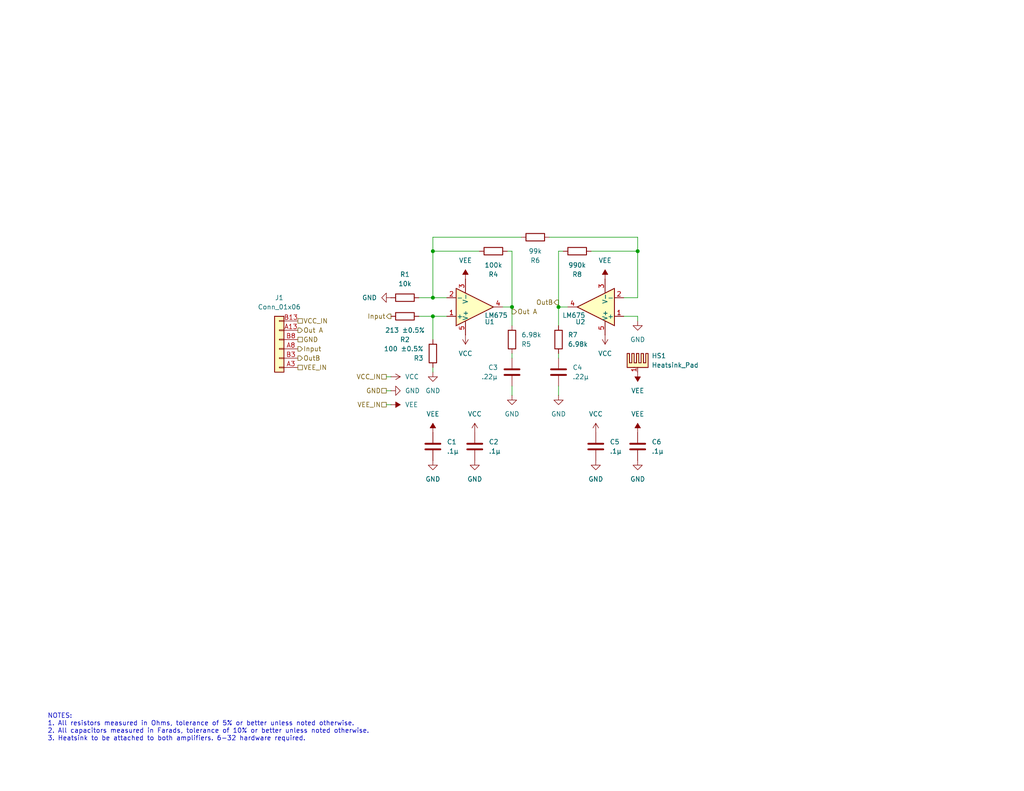
<source format=kicad_sch>
(kicad_sch (version 20231120) (generator "eeschema") (generator_version "8.0")
  (paper "A")
  (title_block (title "Motor Amplifier") (date "2025-01-21") (rev "A") (company "Weber State University") (comment 1 "Designer: Corbin Roennebeck") (comment 2 "Project: ORC"))
  (lib_symbols
    (symbol "Amplifier_Operational:LM675" (pin_names (offset 0.127))
      (property "Reference" "U" (at 0 7.62 0))
      (property "Value" "LM675" (at 0 5.08 0))
      (symbol "LM675_0_1"
        (polyline (pts (xy -5.08 5.08) (xy 5.08 0) (xy -5.08 -5.08) (xy -5.08 5.08)) (stroke (width 0.254)) (fill (type background)))
      )
      (symbol "LM675_1_1"
        (pin input line (at -7.62 2.54 0) (length 2.54) (name "+") (number "1"))
        (pin input line (at -7.62 -2.54 0) (length 2.54) (name "-") (number "2"))
        (pin power_in line (at -2.54 -7.62 90) (length 3.81) (name "V-") (number "3"))
        (pin output line (at 7.62 0 180) (length 2.54) (name "~") (number "4"))
        (pin power_in line (at -2.54 7.62 270) (length 3.81) (name "V+") (number "5"))
      )
    )
    (symbol "Connector_Generic:Conn_01x06" (pin_names (offset 1.016) hide)
      (property "Reference" "J1" (at 0 -13.97 0))
      (property "Value" "Conn_01x06" (at 0 -11.43 0))
      (symbol "Conn_01x06_1_1"
        (rectangle (start -1.27 -7.493) (end 0 -7.747) (stroke (width 0.1524)))
        (rectangle (start -1.27 -4.953) (end 0 -5.207) (stroke (width 0.1524)))
        (rectangle (start -1.27 -2.413) (end 0 -2.667) (stroke (width 0.1524)))
        (rectangle (start -1.27 0.127) (end 0 -0.127) (stroke (width 0.1524)))
        (rectangle (start -1.27 2.667) (end 0 2.413) (stroke (width 0.1524)))
        (rectangle (start -1.27 5.207) (end 0 4.953) (stroke (width 0.1524)))
        (rectangle (start -1.27 6.35) (end 1.27 -8.89) (stroke (width 0.254)) (fill (type background)))
        (pin passive line (at -5.08 -5.08 0) (length 3.81) (name "Pin_5") (number "A13"))
        (pin passive line (at -5.08 5.08 0) (length 3.81) (name "Pin_1") (number "A3"))
        (pin passive line (at -5.08 0 0) (length 3.81) (name "Pin_3") (number "A8"))
        (pin passive line (at -5.08 -7.62 0) (length 3.81) (name "Pin_6") (number "B13"))
        (pin passive line (at -5.08 2.54 0) (length 3.81) (name "Pin_2") (number "B3"))
        (pin passive line (at -5.08 -2.54 0) (length 3.81) (name "Pin_4") (number "B8"))
      )
    )
    (symbol "Device:C" (pin_numbers hide) (pin_names (offset 0.254))
      (property "Reference" "C" (at 0.635 2.54 0))
      (property "Value" "C" (at 0.635 -2.54 0))
      (symbol "C_0_1"
        (polyline (pts (xy -2.032 -0.762) (xy 2.032 -0.762)) (stroke (width 0.508)))
        (polyline (pts (xy -2.032 0.762) (xy 2.032 0.762)) (stroke (width 0.508)))
      )
      (symbol "C_1_1"
        (pin passive line (at 0 3.81 270) (length 2.794) (name "~") (number "1"))
        (pin passive line (at 0 -3.81 90) (length 2.794) (name "~") (number "2"))
      )
    )
    (symbol "Device:R" (pin_numbers hide) (pin_names (offset 0))
      (property "Reference" "R" (at 2.032 0 90))
      (property "Value" "R" (at 0 0 90))
      (symbol "R_0_1"
        (rectangle (start -1.016 -2.54) (end 1.016 2.54) (stroke (width 0.254)))
      )
      (symbol "R_1_1"
        (pin passive line (at 0 3.81 270) (length 1.27) (name "~") (number "1"))
        (pin passive line (at 0 -3.81 90) (length 1.27) (name "~") (number "2"))
      )
    )
    (symbol "Mechanical:Heatsink_Pad" (pin_names (offset 0)) (exclude_from_sim yes)
      (property "Reference" "HS" (at 0 5.715 0))
      (property "Value" "Heatsink_Pad" (at 0 3.81 0))
      (symbol "Heatsink_Pad_0_1"
        (polyline (pts (xy -0.3302 0) (xy -0.9652 0) (xy -0.9652 2.54) (xy -1.6002 2.54) (xy -1.6002 0) (xy -2.2352 0) (xy -2.2352 2.54) (xy -2.8702 2.54) (xy -2.8702 -1.27) (xy -0.9652 -1.27)) (stroke (width 0.254)) (fill (type background)))
        (polyline (pts (xy -0.3302 0) (xy -0.3302 2.54) (xy 0.3048 2.54) (xy 0.3048 0) (xy 0.9398 0) (xy 0.9398 2.54) (xy 1.5748 2.54) (xy 1.5748 0) (xy 2.2098 0) (xy 2.2098 2.54) (xy 2.8448 2.54) (xy 2.8448 -1.27) (xy -0.9652 -1.27)) (stroke (width 0.254)) (fill (type background)))
      )
      (symbol "Heatsink_Pad_1_1"
        (pin passive line (at 0 -2.54 90) (length 1.27) (name "~") (number "1"))
      )
    )
    (symbol "power:GND" (power) (pin_numbers hide) (pin_names (offset 0) hide)
      (property "Value" "GND" (at 0 -3.81 0))
      (symbol "GND_0_1"
        (polyline (pts (xy 0 0) (xy 0 -1.27) (xy 1.27 -1.27) (xy 0 -2.54) (xy -1.27 -1.27) (xy 0 -1.27)))
      )
      (symbol "GND_1_1"
        (pin power_in line (at 0 0 270) (length 0) (name "~") (number "1"))
      )
    )
    (symbol "power:VCC" (power) (pin_numbers hide) (pin_names (offset 0) hide)
      (property "Value" "VCC" (at 0 3.556 0))
      (symbol "VCC_0_1"
        (polyline (pts (xy -0.762 1.27) (xy 0 2.54)))
        (polyline (pts (xy 0 0) (xy 0 2.54)))
        (polyline (pts (xy 0 2.54) (xy 0.762 1.27)))
      )
      (symbol "VCC_1_1"
        (pin power_in line (at 0 0 90) (length 0) (name "~") (number "1"))
      )
    )
    (symbol "power:VEE" (power) (pin_numbers hide) (pin_names (offset 0) hide)
      (property "Value" "VEE" (at 0 3.556 0))
      (symbol "VEE_0_1"
        (polyline (pts (xy 0 0) (xy 0 2.54)))
        (polyline (pts (xy 0.762 1.27) (xy -0.762 1.27) (xy 0 2.54) (xy 0.762 1.27)) (fill (type outline)))
      )
      (symbol "VEE_1_1"
        (pin power_in line (at 0 0 90) (length 0) (name "~") (number "1"))
      )
    )
  )
  (junction (at 118.11 68.58))
  (junction (at 173.99 68.58))
  (junction (at 152.4 83.82))
  (junction (at 118.11 86.36))
  (junction (at 118.11 81.28))
  (junction (at 139.7 83.82))
  (wire (pts (xy 139.7 83.82) (xy 137.16 83.82)))
  (wire (pts (xy 153.67 68.58) (xy 152.4 68.58)))
  (wire (pts (xy 161.29 68.58) (xy 173.99 68.58)))
  (wire (pts (xy 118.11 86.36) (xy 118.11 92.71)))
  (wire (pts (xy 118.11 64.77) (xy 118.11 68.58)))
  (wire (pts (xy 173.99 68.58) (xy 173.99 81.28)))
  (wire (pts (xy 170.18 86.36) (xy 173.99 86.36)))
  (wire (pts (xy 118.11 81.28) (xy 121.92 81.28)))
  (wire (pts (xy 152.4 68.58) (xy 152.4 83.82)))
  (wire (pts (xy 139.7 105.41) (xy 139.7 107.95)))
  (wire (pts (xy 105.41 110.49) (xy 106.68 110.49)))
  (wire (pts (xy 149.86 64.77) (xy 173.99 64.77)))
  (wire (pts (xy 118.11 86.36) (xy 121.92 86.36)))
  (wire (pts (xy 106.68 106.68) (xy 105.41 106.68)))
  (wire (pts (xy 138.43 68.58) (xy 139.7 68.58)))
  (wire (pts (xy 152.4 83.82) (xy 154.94 83.82)))
  (wire (pts (xy 152.4 96.52) (xy 152.4 97.79)))
  (wire (pts (xy 105.41 102.87) (xy 106.68 102.87)))
  (wire (pts (xy 139.7 68.58) (xy 139.7 83.82)))
  (wire (pts (xy 114.3 86.36) (xy 118.11 86.36)))
  (wire (pts (xy 118.11 68.58) (xy 118.11 81.28)))
  (wire (pts (xy 139.7 83.82) (xy 139.7 88.9)))
  (wire (pts (xy 118.11 100.33) (xy 118.11 101.6)))
  (wire (pts (xy 173.99 64.77) (xy 173.99 68.58)))
  (wire (pts (xy 152.4 105.41) (xy 152.4 107.95)))
  (wire (pts (xy 118.11 64.77) (xy 142.24 64.77)))
  (wire (pts (xy 173.99 86.36) (xy 173.99 87.63)))
  (wire (pts (xy 173.99 81.28) (xy 170.18 81.28)))
  (wire (pts (xy 118.11 68.58) (xy 130.81 68.58)))
  (wire (pts (xy 139.7 96.52) (xy 139.7 97.79)))
  (wire (pts (xy 152.4 83.82) (xy 152.4 88.9)))
  (wire (pts (xy 114.3 81.28) (xy 118.11 81.28)))
  (text "NOTES:\n1. All resistors measured in Ohms, tolerance of 5% or better unless noted otherwise.\n2. All capacitors measured in Farads, tolerance of 10% or better unless noted otherwise.\n3. Heatsink to be attached to both amplifiers. 6-32 hardware required." (exclude_from_sim yes) (at 12.954 198.628 0) (effects (font (size 1.27 1.27)) (justify left)))
  (hierarchical_label "Input" (shape output) (at 81.28 95.25 0))
  (hierarchical_label "GND" (shape passive) (at 105.41 106.68 180))
  (hierarchical_label "VCC_IN" (shape passive) (at 105.41 102.87 180))
  (hierarchical_label "Out A" (shape output) (at 139.7 85.09 0))
  (hierarchical_label "VEE_IN" (shape passive) (at 81.28 100.33 0))
  (hierarchical_label "Input" (shape output) (at 106.68 86.36 180))
  (hierarchical_label "OutB" (shape output) (at 81.28 97.79 0))
  (hierarchical_label "Out A" (shape output) (at 81.28 90.17 0))
  (hierarchical_label "GND" (shape passive) (at 81.28 92.71 0))
  (hierarchical_label "VEE_IN" (shape passive) (at 105.41 110.49 180))
  (hierarchical_label "VCC_IN" (shape passive) (at 81.28 87.63 0))
  (hierarchical_label "OutB" (shape output) (at 152.4 82.55 180))
  (symbol (lib_id "Device:R") (at 157.48 68.58 270) (unit 1)
    (property "Reference" "R8" (at 157.48 74.93 90))
    (property "Value" "990k" (at 157.48 72.39 90))
    (property "Footprint" "Resistor_SMD:R_0603_1608Metric_Pad0.98x0.95mm_HandSolder" (effects (hide yes)))
    (property "Description" "Resistor" (effects (hide yes)))
  )
  (symbol (lib_id "power:VEE") (at 173.99 101.6 180) (unit 1)
    (property "Reference" "#PWR019" (effects (hide yes)))
    (property "Value" "VEE" (at 173.99 106.68 0))
    (property "Description" "Power symbol creates a global label with name \"VEE\"" (effects (hide yes)))
  )
  (symbol (lib_id "Device:R") (at 139.7 92.71 0) (mirror y) (unit 1)
    (property "Reference" "R5" (at 142.24 93.9801 0) (effects (justify right)))
    (property "Value" "6.98k" (at 142.24 91.4401 0) (effects (justify right)))
    (property "Footprint" "Resistor_SMD:R_0805_2012Metric_Pad1.20x1.40mm_HandSolder" (effects (hide yes)))
    (property "Description" "Resistor" (effects (hide yes)))
  )
  (symbol (lib_id "Amplifier_Operational:LM675") (at 129.54 83.82 0) (mirror x) (unit 1)
    (property "Reference" "U1" (at 133.604 87.884 0))
    (property "Value" "LM675" (at 135.382 86.106 0))
    (property "Footprint" "Package_TO_SOT_THT:TO-220-5_P3.4x3.8mm_StaggerOdd_Lead7.13mm_TabDown_504222B_HS" (effects (hide yes)))
    (property "Datasheet" "http://www.ti.com/lit/ds/symlink/lm675.pdf" (effects (hide yes)))
    (property "Description" "Power Operational Amplifier, TO-220-5" (effects (hide yes)))
  )
  (symbol (lib_id "Device:R") (at 146.05 64.77 270) (mirror x) (unit 1)
    (property "Reference" "R6" (at 146.05 71.12 90))
    (property "Value" "99k" (at 146.05 68.58 90))
    (property "Footprint" "Resistor_SMD:R_0805_2012Metric_Pad1.20x1.40mm_HandSolder" (effects (hide yes)))
    (property "Description" "Resistor" (effects (hide yes)))
  )
  (symbol (lib_id "power:VEE") (at 165.1 76.2 0) (mirror y) (unit 1)
    (property "Reference" "#PWR016" (effects (hide yes)))
    (property "Value" "VEE" (at 165.1 71.12 0))
    (property "Description" "Power symbol creates a global label with name \"VEE\"" (effects (hide yes)))
  )
  (symbol (lib_id "power:VCC") (at 106.68 102.87 270) (unit 1)
    (property "Reference" "#PWR02" (effects (hide yes)))
    (property "Value" "VCC" (at 110.49 102.8699 90) (effects (justify left)))
    (property "Description" "Power symbol creates a global label with name \"VCC\"" (effects (hide yes)))
  )
  (symbol (lib_id "power:GND") (at 173.99 87.63 0) (mirror y) (unit 1)
    (property "Reference" "#PWR018" (effects (hide yes)))
    (property "Value" "GND" (at 173.99 92.71 0))
    (property "Description" "Power symbol creates a global label with name \"GND\" , ground" (effects (hide yes)))
  )
  (symbol (lib_id "power:GND") (at 162.56 125.73 0) (unit 1)
    (property "Reference" "#PWR015" (effects (hide yes)))
    (property "Value" "GND" (at 162.56 130.81 0))
    (property "Description" "Power symbol creates a global label with name \"GND\" , ground" (effects (hide yes)))
  )
  (symbol (lib_id "power:GND") (at 118.11 125.73 0) (unit 1)
    (property "Reference" "#PWR07" (effects (hide yes)))
    (property "Value" "GND" (at 118.11 130.81 0))
    (property "Description" "Power symbol creates a global label with name \"GND\" , ground" (effects (hide yes)))
  )
  (symbol (lib_id "Device:C") (at 173.99 121.92 0) (unit 1)
    (property "Reference" "C6" (at 177.8 120.6499 0) (effects (justify left)))
    (property "Value" ".1µ" (at 177.8 123.1899 0) (effects (justify left)))
    (property "Footprint" "Capacitor_SMD:C_1206_3216Metric_Pad1.33x1.80mm_HandSolder" (effects (hide yes)))
    (property "Description" "Unpolarized capacitor" (effects (hide yes)))
  )
  (symbol (lib_id "power:GND") (at 173.99 125.73 0) (unit 1)
    (property "Reference" "#PWR021" (effects (hide yes)))
    (property "Value" "GND" (at 173.99 130.81 0))
    (property "Description" "Power symbol creates a global label with name \"GND\" , ground" (effects (hide yes)))
  )
  (symbol (lib_id "power:GND") (at 129.54 125.73 0) (unit 1)
    (property "Reference" "#PWR011" (effects (hide yes)))
    (property "Value" "GND" (at 129.54 130.81 0))
    (property "Description" "Power symbol creates a global label with name \"GND\" , ground" (effects (hide yes)))
  )
  (symbol (lib_id "Amplifier_Operational:LM675") (at 162.56 83.82 180) (unit 1)
    (property "Reference" "U2" (at 156.972 87.884 0) (effects (justify right)))
    (property "Value" "LM675" (at 153.416 86.106 0) (effects (justify right)))
    (property "Footprint" "Package_TO_SOT_THT:TO-220-5_P3.4x3.8mm_StaggerOdd_Lead7.13mm_TabDown_504222B_HS" (effects (hide yes)))
    (property "Datasheet" "http://www.ti.com/lit/ds/symlink/lm675.pdf" (effects (hide yes)))
    (property "Description" "Power Operational Amplifier, TO-220-5" (effects (hide yes)))
  )
  (symbol (lib_id "Device:C") (at 162.56 121.92 0) (unit 1)
    (property "Reference" "C5" (at 166.37 120.6499 0) (effects (justify left)))
    (property "Value" ".1µ" (at 166.37 123.1899 0) (effects (justify left)))
    (property "Footprint" "Capacitor_SMD:C_1206_3216Metric_Pad1.33x1.80mm_HandSolder" (effects (hide yes)))
    (property "Description" "Unpolarized capacitor" (effects (hide yes)))
  )
  (symbol (lib_id "power:VCC") (at 162.56 118.11 0) (unit 1)
    (property "Reference" "#PWR014" (effects (hide yes)))
    (property "Value" "VCC" (at 162.56 113.03 0))
    (property "Description" "Power symbol creates a global label with name \"VCC\"" (effects (hide yes)))
  )
  (symbol (lib_id "power:VEE") (at 127 76.2 0) (mirror y) (unit 1)
    (property "Reference" "#PWR08" (effects (hide yes)))
    (property "Value" "VEE" (at 127 71.12 0))
    (property "Description" "Power symbol creates a global label with name \"VEE\"" (effects (hide yes)))
  )
  (symbol (lib_id "Device:R") (at 152.4 92.71 0) (mirror y) (unit 1)
    (property "Reference" "R7" (at 154.94 91.4399 0) (effects (justify right)))
    (property "Value" "6.98k" (at 154.94 93.9799 0) (effects (justify right)))
    (property "Footprint" "Resistor_SMD:R_0805_2012Metric_Pad1.20x1.40mm_HandSolder" (effects (hide yes)))
    (property "Description" "Resistor" (effects (hide yes)))
  )
  (symbol (lib_id "Device:C") (at 139.7 101.6 0) (unit 1)
    (property "Reference" "C3" (at 135.89 100.3299 0) (effects (justify right)))
    (property "Value" ".22µ" (at 135.89 102.8699 0) (effects (justify right)))
    (property "Footprint" "Capacitor_SMD:C_2220_5750Metric_Pad1.97x5.40mm_HandSolder" (effects (hide yes)))
    (property "Description" "Unpolarized capacitor" (effects (hide yes)))
  )
  (symbol (lib_id "Device:C") (at 118.11 121.92 0) (unit 1)
    (property "Reference" "C1" (at 121.92 120.6499 0) (effects (justify left)))
    (property "Value" ".1µ" (at 121.92 123.1899 0) (effects (justify left)))
    (property "Footprint" "Capacitor_SMD:C_1206_3216Metric_Pad1.33x1.80mm_HandSolder" (effects (hide yes)))
    (property "Description" "Unpolarized capacitor" (effects (hide yes)))
  )
  (symbol (lib_id "Device:C") (at 129.54 121.92 0) (unit 1)
    (property "Reference" "C2" (at 133.35 120.6499 0) (effects (justify left)))
    (property "Value" ".1µ" (at 133.35 123.1899 0) (effects (justify left)))
    (property "Footprint" "Capacitor_SMD:C_1206_3216Metric_Pad1.33x1.80mm_HandSolder" (effects (hide yes)))
    (property "Description" "Unpolarized capacitor" (effects (hide yes)))
  )
  (symbol (lib_id "Device:R") (at 110.49 81.28 270) (unit 1)
    (property "Reference" "R1" (at 110.49 74.93 90))
    (property "Value" "10k" (at 110.49 77.47 90))
    (property "Footprint" "Resistor_SMD:R_0805_2012Metric_Pad1.20x1.40mm_HandSolder" (effects (hide yes)))
    (property "Description" "Resistor" (effects (hide yes)))
  )
  (symbol (lib_id "Device:C") (at 152.4 101.6 0) (unit 1)
    (property "Reference" "C4" (at 156.21 100.3299 0) (effects (justify left)))
    (property "Value" ".22µ" (at 156.21 102.8699 0) (effects (justify left)))
    (property "Footprint" "Capacitor_SMD:C_2220_5750Metric_Pad1.97x5.40mm_HandSolder" (effects (hide yes)))
    (property "Description" "Unpolarized capacitor" (effects (hide yes)))
  )
  (symbol (lib_id "power:VCC") (at 165.1 91.44 0) (mirror x) (unit 1)
    (property "Reference" "#PWR017" (effects (hide yes)))
    (property "Value" "VCC" (at 165.1 96.52 0))
    (property "Description" "Power symbol creates a global label with name \"VCC\"" (effects (hide yes)))
  )
  (symbol (lib_id "power:VEE") (at 173.99 118.11 0) (unit 1)
    (property "Reference" "#PWR020" (effects (hide yes)))
    (property "Value" "VEE" (at 173.99 113.03 0))
    (property "Description" "Power symbol creates a global label with name \"VEE\"" (effects (hide yes)))
  )
  (symbol (lib_id "power:VEE") (at 106.68 110.49 270) (unit 1)
    (property "Reference" "#PWR03" (effects (hide yes)))
    (property "Value" "VEE" (at 110.49 110.4899 90) (effects (justify left)))
    (property "Description" "Power symbol creates a global label with name \"VEE\"" (effects (hide yes)))
  )
  (symbol (lib_id "power:VCC") (at 129.54 118.11 0) (unit 1)
    (property "Reference" "#PWR010" (effects (hide yes)))
    (property "Value" "VCC" (at 129.54 113.03 0))
    (property "Description" "Power symbol creates a global label with name \"VCC\"" (effects (hide yes)))
  )
  (symbol (lib_id "Connector_Generic:Conn_01x06") (at 76.2 95.25 180) (unit 1)
    (property "Reference" "J1" (at 76.2 81.28 0))
    (property "Value" "Conn_01x06" (at 76.2 83.82 0))
    (property "Footprint" "Connector_PCBEdge:MOLEX-45719-0005_PCB_EDGE" (effects (hide yes)))
    (property "Description" "Generic connector, single row, 01x06, script generated (kicad-library-utils/schlib/autogen/connector/)" (effects (hide yes)))
  )
  (symbol (lib_id "power:VCC") (at 127 91.44 0) (mirror x) (unit 1)
    (property "Reference" "#PWR09" (effects (hide yes)))
    (property "Value" "VCC" (at 127 96.52 0))
    (property "Description" "Power symbol creates a global label with name \"VCC\"" (effects (hide yes)))
  )
  (symbol (lib_id "Mechanical:Heatsink_Pad") (at 173.99 99.06 0) (unit 1) (exclude_from_sim yes) (on_board no)
    (property "Reference" "HS1" (at 177.8 97.1549 0) (effects (justify left)))
    (property "Value" "Heatsink_Pad" (at 177.8 99.6949 0) (effects (justify left)))
    (property "Description" "Heatsink with electrical connection, 1 pin" (effects (hide yes)))
  )
  (symbol (lib_id "power:GND") (at 106.68 106.68 90) (unit 1)
    (property "Reference" "#PWR04" (effects (hide yes)))
    (property "Value" "GND" (at 110.49 106.6799 90) (effects (justify right)))
    (property "Description" "Power symbol creates a global label with name \"GND\" , ground" (effects (hide yes)))
  )
  (symbol (lib_id "power:VEE") (at 118.11 118.11 0) (unit 1)
    (property "Reference" "#PWR06" (effects (hide yes)))
    (property "Value" "VEE" (at 118.11 113.03 0))
    (property "Description" "Power symbol creates a global label with name \"VEE\"" (effects (hide yes)))
  )
  (symbol (lib_id "power:GND") (at 152.4 107.95 0) (mirror y) (unit 1)
    (property "Reference" "#PWR013" (effects (hide yes)))
    (property "Value" "GND" (at 152.4 113.03 0))
    (property "Description" "Power symbol creates a global label with name \"GND\" , ground" (effects (hide yes)))
  )
  (symbol (lib_id "Device:R") (at 110.49 86.36 270) (mirror x) (unit 1)
    (property "Reference" "R2" (at 110.49 92.71 90))
    (property "Value" "213 ±0.5%" (at 110.49 90.17 90))
    (property "Footprint" "Resistor_SMD:R_0805_2012Metric_Pad1.20x1.40mm_HandSolder" (effects (hide yes)))
    (property "Description" "Resistor" (effects (hide yes)))
  )
  (symbol (lib_id "Device:R") (at 118.11 96.52 0) (unit 1)
    (property "Reference" "R3" (at 115.57 97.7901 0) (effects (justify right)))
    (property "Value" "100 ±0.5%" (at 115.57 95.2501 0) (effects (justify right)))
    (property "Footprint" "Resistor_SMD:R_0805_2012Metric_Pad1.20x1.40mm_HandSolder" (effects (hide yes)))
    (property "Description" "Resistor" (effects (hide yes)))
  )
  (symbol (lib_id "power:GND") (at 106.68 81.28 270) (mirror x) (unit 1)
    (property "Reference" "#PWR01" (effects (hide yes)))
    (property "Value" "GND" (at 102.87 81.2799 90) (effects (justify right)))
    (property "Description" "Power symbol creates a global label with name \"GND\" , ground" (effects (hide yes)))
  )
  (symbol (lib_id "power:GND") (at 118.11 101.6 0) (mirror y) (unit 1)
    (property "Reference" "#PWR05" (effects (hide yes)))
    (property "Value" "GND" (at 118.11 106.68 0))
    (property "Description" "Power symbol creates a global label with name \"GND\" , ground" (effects (hide yes)))
  )
  (symbol (lib_id "Device:R") (at 134.62 68.58 90) (mirror x) (unit 1)
    (property "Reference" "R4" (at 134.62 74.93 90))
    (property "Value" "100k" (at 134.62 72.39 90))
    (property "Footprint" "Resistor_SMD:R_0805_2012Metric_Pad1.20x1.40mm_HandSolder" (effects (hide yes)))
    (property "Description" "Resistor" (effects (hide yes)))
  )
  (symbol (lib_id "power:GND") (at 139.7 107.95 0) (mirror y) (unit 1)
    (property "Reference" "#PWR012" (effects (hide yes)))
    (property "Value" "GND" (at 139.7 113.03 0))
    (property "Description" "Power symbol creates a global label with name \"GND\" , ground" (effects (hide yes)))
  )
)
</source>
